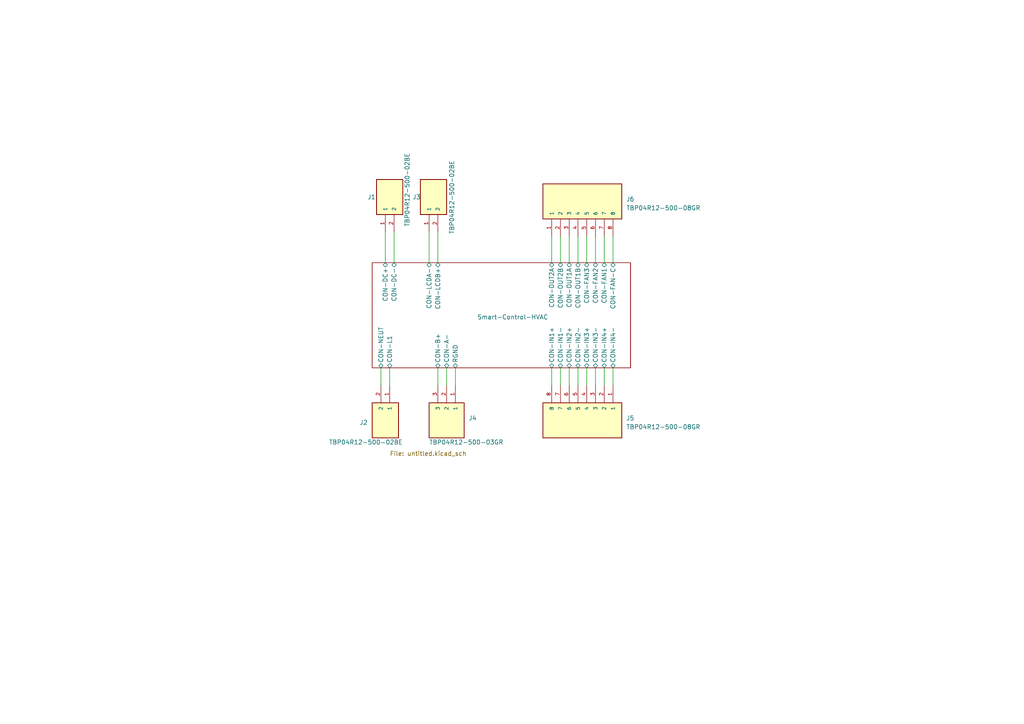
<source format=kicad_sch>
(kicad_sch (version 20230121) (generator eeschema)
  (paper "A4")
  (lib_symbols
    (symbol "TBP04R12-500-02BE:TBP04R12-500-02BE" (pin_names (offset 1.016))
      (property "Reference" "J" (at -5.08 5.08 0))
      (property "Value" "TBP04R12-500-02BE" (at -5.08 -7.62 0))
      (symbol "TBP04R12-500-02BE_0_0"
        (rectangle (start -5.08 -5.08) (end 5.08 2.54) (stroke (width 0.254)) (fill (type background)))
        (pin passive line (at -10.16 0 0) (length 5.08) (name "1") (number "1"))
        (pin passive line (at -10.16 -2.54 0) (length 5.08) (name "2") (number "2"))
      )
    )
    (symbol "TBP04R12-500-03GR:TBP04R12-500-03GR" (pin_names (offset 1.016))
      (property "Reference" "J" (at -5.08 7.62 0))
      (property "Value" "TBP04R12-500-03GR" (at -5.08 -7.62 0))
      (symbol "TBP04R12-500-03GR_0_0"
        (rectangle (start -5.08 -5.08) (end 5.08 5.08) (stroke (width 0.254)) (fill (type background)))
        (pin passive line (at -10.16 2.54 0) (length 5.08) (name "1") (number "1"))
        (pin passive line (at -10.16 0 0) (length 5.08) (name "2") (number "2"))
        (pin passive line (at -10.16 -2.54 0) (length 5.08) (name "3") (number "3"))
      )
    )
    (symbol "TBP04R12-500-08GR:TBP04R12-500-08GR" (pin_names (offset 1.016))
      (property "Reference" "J" (at -5.08 12.7 0))
      (property "Value" "TBP04R12-500-08GR" (at -5.08 -15.24 0))
      (symbol "TBP04R12-500-08GR_0_0"
        (rectangle (start -5.08 -12.7) (end 5.08 10.16) (stroke (width 0.254)) (fill (type background)))
        (pin passive line (at -10.16 7.62 0) (length 5.08) (name "1") (number "1"))
        (pin passive line (at -10.16 5.08 0) (length 5.08) (name "2") (number "2"))
        (pin passive line (at -10.16 2.54 0) (length 5.08) (name "3") (number "3"))
        (pin passive line (at -10.16 0 0) (length 5.08) (name "4") (number "4"))
        (pin passive line (at -10.16 -2.54 0) (length 5.08) (name "5") (number "5"))
        (pin passive line (at -10.16 -5.08 0) (length 5.08) (name "6") (number "6"))
        (pin passive line (at -10.16 -7.62 0) (length 5.08) (name "7") (number "7"))
        (pin passive line (at -10.16 -10.16 0) (length 5.08) (name "8") (number "8"))
      )
    )
  )
  (wire (pts (xy 162.56 106.68) (xy 162.56 111.76)))
  (wire (pts (xy 175.26 106.68) (xy 175.26 111.76)))
  (wire (pts (xy 177.8 68.58) (xy 177.8 76.2)))
  (wire (pts (xy 172.72 106.68) (xy 172.72 111.76)))
  (wire (pts (xy 129.54 106.68) (xy 129.54 111.76)))
  (wire (pts (xy 170.18 106.68) (xy 170.18 111.76)))
  (wire (pts (xy 113.03 106.68) (xy 113.03 111.76)))
  (wire (pts (xy 132.08 106.68) (xy 132.08 111.76)))
  (wire (pts (xy 111.76 67.31) (xy 111.76 76.2)))
  (wire (pts (xy 127 67.31) (xy 127 76.2)))
  (wire (pts (xy 170.18 68.58) (xy 170.18 76.2)))
  (wire (pts (xy 165.1 68.58) (xy 165.1 76.2)))
  (wire (pts (xy 114.3 67.31) (xy 114.3 76.2)))
  (wire (pts (xy 167.64 106.68) (xy 167.64 111.76)))
  (wire (pts (xy 160.02 68.58) (xy 160.02 76.2)))
  (wire (pts (xy 165.1 106.68) (xy 165.1 111.76)))
  (wire (pts (xy 124.46 67.31) (xy 124.46 76.2)))
  (wire (pts (xy 167.64 68.58) (xy 167.64 76.2)))
  (wire (pts (xy 162.56 68.58) (xy 162.56 76.2)))
  (wire (pts (xy 160.02 106.68) (xy 160.02 111.76)))
  (wire (pts (xy 110.49 106.68) (xy 110.49 111.76)))
  (wire (pts (xy 127 106.68) (xy 127 111.76)))
  (wire (pts (xy 172.72 68.58) (xy 172.72 76.2)))
  (wire (pts (xy 177.8 106.68) (xy 177.8 111.76)))
  (wire (pts (xy 175.26 68.58) (xy 175.26 76.2)))
  (symbol (lib_id "TBP04R12-500-02BE:TBP04R12-500-02BE") (at 113.03 121.92 270) (unit 1)
    (property "Reference" "J2" (at 106.68 122.555 90) (effects (justify right)))
    (property "Value" "TBP04R12-500-02BE" (at 116.84 128.27 90) (effects (justify right)))
    (property "Footprint" "CUI_TBP04R12-500-02BE" (effects hide))
    (property "PARTREV" "1.0" (effects hide))
    (property "STANDARD" "Manufacturer Recommendations" (effects hide))
    (property "MAXIMUM_PACKAGE_HEIGHT" "8.50mm" (effects hide))
    (property "MANUFACTURER" "CUI Devices" (effects hide))
  )
  (symbol (lib_id "TBP04R12-500-08GR:TBP04R12-500-08GR") (at 167.64 58.42 90) (unit 1)
    (property "Reference" "J6" (at 181.61 57.785 90) (effects (justify right)))
    (property "Value" "TBP04R12-500-08GR" (at 181.61 60.325 90) (effects (justify right)))
    (property "Footprint" "TBP04R12-500-08GR:CUI_TBP04R12-500-08GR" (effects hide))
    (property "PARTREV" "1.0" (effects hide))
    (property "STANDARD" "Manufacturer Recommendations" (effects hide))
    (property "MAXIMUM_PACKAGE_HEIGHT" "8.50mm" (effects hide))
    (property "MANUFACTURER" "CUI Devices" (effects hide))
  )
  (symbol (lib_id "TBP04R12-500-03GR:TBP04R12-500-03GR") (at 129.54 121.92 270) (unit 1)
    (property "Reference" "J4" (at 135.89 121.285 90) (effects (justify left)))
    (property "Value" "TBP04R12-500-03GR" (at 124.46 128.27 90) (effects (justify left)))
    (property "Footprint" "TBP04R12-500-03GR:CUI_TBP04R12-500-03GR" (effects hide))
    (property "PARTREV" "1.0" (effects hide))
    (property "STANDARD" "Manufacturer Recommendations" (effects hide))
    (property "MAXIMUM_PACKAGE_HEIGHT" "8.50mm" (effects hide))
    (property "MANUFACTURER" "CUI Devices" (effects hide))
  )
  (symbol (lib_id "TBP04R12-500-08GR:TBP04R12-500-08GR") (at 170.18 121.92 270) (unit 1)
    (property "Reference" "J5" (at 181.61 121.285 90) (effects (justify left)))
    (property "Value" "TBP04R12-500-08GR" (at 181.61 123.825 90) (effects (justify left)))
    (property "Footprint" "TBP04R12-500-08GR:CUI_TBP04R12-500-08GR" (effects hide))
    (property "PARTREV" "1.0" (effects hide))
    (property "STANDARD" "Manufacturer Recommendations" (effects hide))
    (property "MAXIMUM_PACKAGE_HEIGHT" "8.50mm" (effects hide))
    (property "MANUFACTURER" "CUI Devices" (effects hide))
  )
  (symbol (lib_id "TBP04R12-500-02BE:TBP04R12-500-02BE") (at 124.46 57.15 90) (unit 1)
    (property "Reference" "J3" (at 119.634 57.15 90) (effects (justify right)))
    (property "Value" "TBP04R12-500-02BE" (at 131.064 46.482 0) (effects (justify right)))
    (property "Footprint" "CUI_TBP04R12-500-02BE" (effects hide))
    (property "PARTREV" "1.0" (effects hide))
    (property "STANDARD" "Manufacturer Recommendations" (effects hide))
    (property "MAXIMUM_PACKAGE_HEIGHT" "8.50mm" (effects hide))
    (property "MANUFACTURER" "CUI Devices" (effects hide))
  )
  (symbol (lib_id "TBP04R12-500-02BE:TBP04R12-500-02BE") (at 111.76 57.15 90) (unit 1)
    (property "Reference" "J1" (at 108.966 57.15 90) (effects (justify left)))
    (property "Value" "TBP04R12-500-02BE" (at 118.11 65.786 0) (effects (justify left)))
    (property "Footprint" "CUI_TBP04R12-500-02BE" (effects hide))
    (property "PARTREV" "1.0" (effects hide))
    (property "STANDARD" "Manufacturer Recommendations" (effects hide))
    (property "MAXIMUM_PACKAGE_HEIGHT" "8.50mm" (effects hide))
    (property "MANUFACTURER" "CUI Devices" (effects hide))
  )
  (sheet (at 107.95 76.2) (size 74.93 30.48) (stroke (width 0.1524))
    (property "Sheetname" "Smart-Control-HVAC" (at 138.43 92.71 0) (effects (justify left bottom)))
    (property "Sheetfile" "untitled.kicad_sch" (at 113.03 130.81 0) (effects (justify left top)))
    (pin "CON-DC+" bidirectional (at 111.76 76.2 90))
    (pin "CON-DC-" bidirectional (at 114.3 76.2 90))
    (pin "CON-LCDA-" bidirectional (at 124.46 76.2 90))
    (pin "CON-LCDB+" bidirectional (at 127 76.2 90))
    (pin "CON-NEUT" bidirectional (at 110.49 106.68 270))
    (pin "CON-L1" bidirectional (at 113.03 106.68 270))
    (pin "CON-B+" bidirectional (at 127 106.68 270))
    (pin "CON-A-" bidirectional (at 129.54 106.68 270))
    (pin "RGND" bidirectional (at 132.08 106.68 270))
    (pin "CON-IN1+" bidirectional (at 160.02 106.68 270))
    (pin "CON-IN1-" bidirectional (at 162.56 106.68 270))
    (pin "CON-IN2+" bidirectional (at 165.1 106.68 270))
    (pin "CON-IN2-" bidirectional (at 167.64 106.68 270))
    (pin "CON-IN3+" bidirectional (at 170.18 106.68 270))
    (pin "CON-IN3-" bidirectional (at 172.72 106.68 270))
    (pin "CON-IN4+" bidirectional (at 175.26 106.68 270))
    (pin "CON-IN4-" bidirectional (at 177.8 106.68 270))
    (pin "CON-OUT2A" bidirectional (at 160.02 76.2 90))
    (pin "CON-OUT2B" bidirectional (at 162.56 76.2 90))
    (pin "CON-OUT1A" bidirectional (at 165.1 76.2 90))
    (pin "CON-OUT1B" bidirectional (at 167.64 76.2 90))
    (pin "CON-FAN3" bidirectional (at 170.18 76.2 90))
    (pin "CON-FAN2" bidirectional (at 172.72 76.2 90))
    (pin "CON-FAN1" bidirectional (at 175.26 76.2 90))
    (pin "CON-FAN-C" bidirectional (at 177.8 76.2 90))
  )
)
</source>
